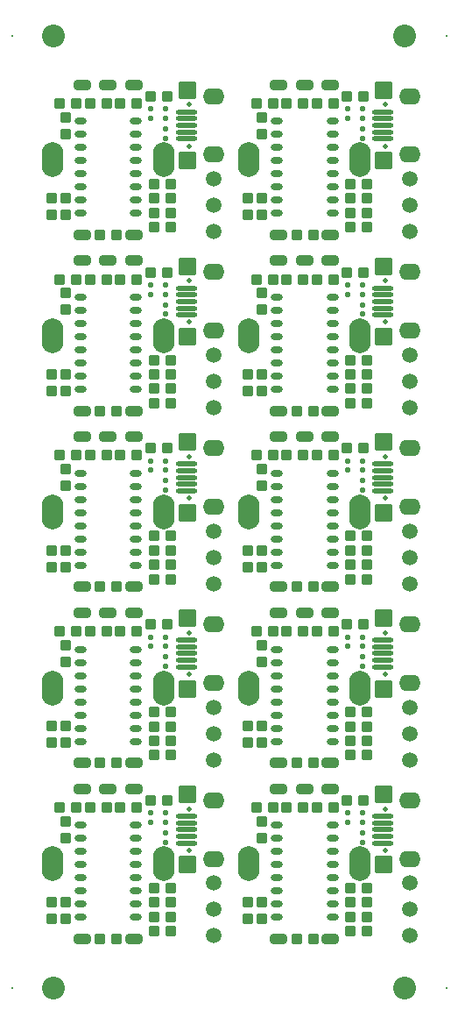
<source format=gbr>
%TF.GenerationSoftware,Altium Limited,Altium Designer,20.1.8 (145)*%
G04 Layer_Color=16711833*
%FSLAX45Y45*%
%MOMM*%
%TF.SameCoordinates,B3CF18BB-8163-4733-9D89-4CFBB204D872*%
%TF.FilePolarity,Negative*%
%TF.FileFunction,Soldermask,Bot*%
%TF.Part,CustomerPanel*%
G01*
G75*
%TA.AperFunction,SMDPad,CuDef*%
%ADD33C,2.20320*%
G04:AMPARAMS|DCode=34|XSize=1.7mm|YSize=1.7mm|CornerRadius=0.058mm|HoleSize=0mm|Usage=FLASHONLY|Rotation=270.000|XOffset=0mm|YOffset=0mm|HoleType=Round|Shape=RoundedRectangle|*
%AMROUNDEDRECTD34*
21,1,1.70000,1.58400,0,0,270.0*
21,1,1.58400,1.70000,0,0,270.0*
1,1,0.11600,-0.79200,-0.79200*
1,1,0.11600,-0.79200,0.79200*
1,1,0.11600,0.79200,0.79200*
1,1,0.11600,0.79200,-0.79200*
%
%ADD34ROUNDEDRECTD34*%
%TA.AperFunction,ConnectorPad*%
G04:AMPARAMS|DCode=35|XSize=0.45mm|YSize=2.1mm|CornerRadius=0.225mm|HoleSize=0mm|Usage=FLASHONLY|Rotation=270.000|XOffset=0mm|YOffset=0mm|HoleType=Round|Shape=RoundedRectangle|*
%AMROUNDEDRECTD35*
21,1,0.45000,1.65000,0,0,270.0*
21,1,0.00000,2.10000,0,0,270.0*
1,1,0.45000,-0.82500,0.00000*
1,1,0.45000,-0.82500,0.00000*
1,1,0.45000,0.82500,0.00000*
1,1,0.45000,0.82500,0.00000*
%
%ADD35ROUNDEDRECTD35*%
%TA.AperFunction,SMDPad,CuDef*%
G04:AMPARAMS|DCode=36|XSize=1mm|YSize=1mm|CornerRadius=0.095mm|HoleSize=0mm|Usage=FLASHONLY|Rotation=180.000|XOffset=0mm|YOffset=0mm|HoleType=Round|Shape=RoundedRectangle|*
%AMROUNDEDRECTD36*
21,1,1.00000,0.81000,0,0,180.0*
21,1,0.81000,1.00000,0,0,180.0*
1,1,0.19000,-0.40500,0.40500*
1,1,0.19000,0.40500,0.40500*
1,1,0.19000,0.40500,-0.40500*
1,1,0.19000,-0.40500,-0.40500*
%
%ADD36ROUNDEDRECTD36*%
%ADD37O,1.15000X0.70000*%
G04:AMPARAMS|DCode=38|XSize=0.5mm|YSize=0.5mm|CornerRadius=0.052mm|HoleSize=0mm|Usage=FLASHONLY|Rotation=270.000|XOffset=0mm|YOffset=0mm|HoleType=Round|Shape=RoundedRectangle|*
%AMROUNDEDRECTD38*
21,1,0.50000,0.39600,0,0,270.0*
21,1,0.39600,0.50000,0,0,270.0*
1,1,0.10400,-0.19800,-0.19800*
1,1,0.10400,-0.19800,0.19800*
1,1,0.10400,0.19800,0.19800*
1,1,0.10400,0.19800,-0.19800*
%
%ADD38ROUNDEDRECTD38*%
G04:AMPARAMS|DCode=39|XSize=1mm|YSize=1mm|CornerRadius=0.0545mm|HoleSize=0mm|Usage=FLASHONLY|Rotation=0.000|XOffset=0mm|YOffset=0mm|HoleType=Round|Shape=RoundedRectangle|*
%AMROUNDEDRECTD39*
21,1,1.00000,0.89100,0,0,0.0*
21,1,0.89100,1.00000,0,0,0.0*
1,1,0.10900,0.44550,-0.44550*
1,1,0.10900,-0.44550,-0.44550*
1,1,0.10900,-0.44550,0.44550*
1,1,0.10900,0.44550,0.44550*
%
%ADD39ROUNDEDRECTD39*%
G04:AMPARAMS|DCode=40|XSize=1mm|YSize=1mm|CornerRadius=0.0545mm|HoleSize=0mm|Usage=FLASHONLY|Rotation=90.000|XOffset=0mm|YOffset=0mm|HoleType=Round|Shape=RoundedRectangle|*
%AMROUNDEDRECTD40*
21,1,1.00000,0.89100,0,0,90.0*
21,1,0.89100,1.00000,0,0,90.0*
1,1,0.10900,0.44550,0.44550*
1,1,0.10900,0.44550,-0.44550*
1,1,0.10900,-0.44550,-0.44550*
1,1,0.10900,-0.44550,0.44550*
%
%ADD40ROUNDEDRECTD40*%
%TA.AperFunction,WasherPad*%
%ADD41C,0.20320*%
%TA.AperFunction,ComponentPad*%
G04:AMPARAMS|DCode=42|XSize=2.1mm|YSize=3.35mm|CornerRadius=1.05mm|HoleSize=0mm|Usage=FLASHONLY|Rotation=180.000|XOffset=0mm|YOffset=0mm|HoleType=Round|Shape=RoundedRectangle|*
%AMROUNDEDRECTD42*
21,1,2.10000,1.25000,0,0,180.0*
21,1,0.00000,3.35000,0,0,180.0*
1,1,2.10000,0.00000,0.62500*
1,1,2.10000,0.00000,0.62500*
1,1,2.10000,0.00000,-0.62500*
1,1,2.10000,0.00000,-0.62500*
%
%ADD42ROUNDEDRECTD42*%
%ADD43O,2.10000X3.35000*%
%ADD44O,1.80000X1.10000*%
%ADD45O,2.10000X1.60000*%
%ADD46C,0.50000*%
G04:AMPARAMS|DCode=47|XSize=1.5mm|YSize=1.5mm|CornerRadius=0.75mm|HoleSize=0mm|Usage=FLASHONLY|Rotation=270.000|XOffset=0mm|YOffset=0mm|HoleType=Round|Shape=RoundedRectangle|*
%AMROUNDEDRECTD47*
21,1,1.50000,0.00000,0,0,270.0*
21,1,0.00000,1.50000,0,0,270.0*
1,1,1.50000,0.00000,0.00000*
1,1,1.50000,0.00000,0.00000*
1,1,1.50000,0.00000,0.00000*
1,1,1.50000,0.00000,0.00000*
%
%ADD47ROUNDEDRECTD47*%
D33*
X4100000Y9500000D02*
D03*
X700000D02*
D03*
X4100000Y300000D02*
D03*
X700000D02*
D03*
D34*
X1993800Y1492000D02*
D03*
Y2172000D02*
D03*
X3893800Y1492000D02*
D03*
Y2172000D02*
D03*
X1993800Y3192000D02*
D03*
Y3872000D02*
D03*
X3893800Y3192000D02*
D03*
Y3872000D02*
D03*
X1993800Y4892000D02*
D03*
Y5572000D02*
D03*
X3893800Y4892000D02*
D03*
Y5572000D02*
D03*
X1993800Y6592000D02*
D03*
Y7272000D02*
D03*
X3893800Y6592000D02*
D03*
Y7272000D02*
D03*
X1993800Y8292000D02*
D03*
Y8972000D02*
D03*
X3893800Y8292000D02*
D03*
Y8972000D02*
D03*
D35*
X1986300Y1832000D02*
D03*
Y1702000D02*
D03*
Y1767000D02*
D03*
Y1962000D02*
D03*
Y1897000D02*
D03*
X3886300Y1832000D02*
D03*
Y1702000D02*
D03*
Y1767000D02*
D03*
Y1962000D02*
D03*
Y1897000D02*
D03*
X1986300Y3532000D02*
D03*
Y3402000D02*
D03*
Y3467000D02*
D03*
Y3662000D02*
D03*
Y3597000D02*
D03*
X3886300Y3532000D02*
D03*
Y3402000D02*
D03*
Y3467000D02*
D03*
Y3662000D02*
D03*
Y3597000D02*
D03*
X1986300Y5232000D02*
D03*
Y5102000D02*
D03*
Y5167000D02*
D03*
Y5362000D02*
D03*
Y5297000D02*
D03*
X3886300Y5232000D02*
D03*
Y5102000D02*
D03*
Y5167000D02*
D03*
Y5362000D02*
D03*
Y5297000D02*
D03*
X1986300Y6932000D02*
D03*
Y6802000D02*
D03*
Y6867000D02*
D03*
Y7062000D02*
D03*
Y6997000D02*
D03*
X3886300Y6932000D02*
D03*
Y6802000D02*
D03*
Y6867000D02*
D03*
Y7062000D02*
D03*
Y6997000D02*
D03*
X1986300Y8632000D02*
D03*
Y8502000D02*
D03*
Y8567000D02*
D03*
Y8762000D02*
D03*
Y8697000D02*
D03*
X3886300Y8632000D02*
D03*
Y8502000D02*
D03*
Y8567000D02*
D03*
Y8762000D02*
D03*
Y8697000D02*
D03*
D36*
X1801140Y2112860D02*
D03*
X1641140D02*
D03*
X3701140D02*
D03*
X3541140D02*
D03*
X1801140Y3812860D02*
D03*
X1641140D02*
D03*
X3701140D02*
D03*
X3541140D02*
D03*
X1801140Y5512860D02*
D03*
X1641140D02*
D03*
X3701140D02*
D03*
X3541140D02*
D03*
X1801140Y7212860D02*
D03*
X1641140D02*
D03*
X3701140D02*
D03*
X3541140D02*
D03*
X1801140Y8912860D02*
D03*
X1641140D02*
D03*
X3701140D02*
D03*
X3541140D02*
D03*
D37*
X958980Y984480D02*
D03*
Y1111480D02*
D03*
Y1238480D02*
D03*
Y1365480D02*
D03*
Y1492480D02*
D03*
Y1619480D02*
D03*
Y1746480D02*
D03*
Y1873480D02*
D03*
X1498980Y984480D02*
D03*
Y1111480D02*
D03*
Y1238480D02*
D03*
Y1365480D02*
D03*
Y1492480D02*
D03*
Y1619480D02*
D03*
Y1746480D02*
D03*
Y1873480D02*
D03*
X2858980Y984480D02*
D03*
Y1111480D02*
D03*
Y1238480D02*
D03*
Y1365480D02*
D03*
Y1492480D02*
D03*
Y1619480D02*
D03*
Y1746480D02*
D03*
Y1873480D02*
D03*
X3398980Y984480D02*
D03*
Y1111480D02*
D03*
Y1238480D02*
D03*
Y1365480D02*
D03*
Y1492480D02*
D03*
Y1619480D02*
D03*
Y1746480D02*
D03*
Y1873480D02*
D03*
X958980Y2684480D02*
D03*
Y2811480D02*
D03*
Y2938480D02*
D03*
Y3065480D02*
D03*
Y3192480D02*
D03*
Y3319480D02*
D03*
Y3446480D02*
D03*
Y3573480D02*
D03*
X1498980Y2684480D02*
D03*
Y2811480D02*
D03*
Y2938480D02*
D03*
Y3065480D02*
D03*
Y3192480D02*
D03*
Y3319480D02*
D03*
Y3446480D02*
D03*
Y3573480D02*
D03*
X2858980Y2684480D02*
D03*
Y2811480D02*
D03*
Y2938480D02*
D03*
Y3065480D02*
D03*
Y3192480D02*
D03*
Y3319480D02*
D03*
Y3446480D02*
D03*
Y3573480D02*
D03*
X3398980Y2684480D02*
D03*
Y2811480D02*
D03*
Y2938480D02*
D03*
Y3065480D02*
D03*
Y3192480D02*
D03*
Y3319480D02*
D03*
Y3446480D02*
D03*
Y3573480D02*
D03*
X958980Y4384480D02*
D03*
Y4511480D02*
D03*
Y4638480D02*
D03*
Y4765480D02*
D03*
Y4892480D02*
D03*
Y5019480D02*
D03*
Y5146480D02*
D03*
Y5273480D02*
D03*
X1498980Y4384480D02*
D03*
Y4511480D02*
D03*
Y4638480D02*
D03*
Y4765480D02*
D03*
Y4892480D02*
D03*
Y5019480D02*
D03*
Y5146480D02*
D03*
Y5273480D02*
D03*
X2858980Y4384480D02*
D03*
Y4511480D02*
D03*
Y4638480D02*
D03*
Y4765480D02*
D03*
Y4892480D02*
D03*
Y5019480D02*
D03*
Y5146480D02*
D03*
Y5273480D02*
D03*
X3398980Y4384480D02*
D03*
Y4511480D02*
D03*
Y4638480D02*
D03*
Y4765480D02*
D03*
Y4892480D02*
D03*
Y5019480D02*
D03*
Y5146480D02*
D03*
Y5273480D02*
D03*
X958980Y6084480D02*
D03*
Y6211480D02*
D03*
Y6338480D02*
D03*
Y6465480D02*
D03*
Y6592480D02*
D03*
Y6719480D02*
D03*
Y6846480D02*
D03*
Y6973480D02*
D03*
X1498980Y6084480D02*
D03*
Y6211480D02*
D03*
Y6338480D02*
D03*
Y6465480D02*
D03*
Y6592480D02*
D03*
Y6719480D02*
D03*
Y6846480D02*
D03*
Y6973480D02*
D03*
X2858980Y6084480D02*
D03*
Y6211480D02*
D03*
Y6338480D02*
D03*
Y6465480D02*
D03*
Y6592480D02*
D03*
Y6719480D02*
D03*
Y6846480D02*
D03*
Y6973480D02*
D03*
X3398980Y6084480D02*
D03*
Y6211480D02*
D03*
Y6338480D02*
D03*
Y6465480D02*
D03*
Y6592480D02*
D03*
Y6719480D02*
D03*
Y6846480D02*
D03*
Y6973480D02*
D03*
X958980Y7784480D02*
D03*
Y7911480D02*
D03*
Y8038480D02*
D03*
Y8165480D02*
D03*
Y8292480D02*
D03*
Y8419480D02*
D03*
Y8546480D02*
D03*
Y8673480D02*
D03*
X1498980Y7784480D02*
D03*
Y7911480D02*
D03*
Y8038480D02*
D03*
Y8165480D02*
D03*
Y8292480D02*
D03*
Y8419480D02*
D03*
Y8546480D02*
D03*
Y8673480D02*
D03*
X2858980Y7784480D02*
D03*
Y7911480D02*
D03*
Y8038480D02*
D03*
Y8165480D02*
D03*
Y8292480D02*
D03*
Y8419480D02*
D03*
Y8546480D02*
D03*
Y8673480D02*
D03*
X3398980Y7784480D02*
D03*
Y7911480D02*
D03*
Y8038480D02*
D03*
Y8165480D02*
D03*
Y8292480D02*
D03*
Y8419480D02*
D03*
Y8546480D02*
D03*
Y8673480D02*
D03*
D38*
X1788248Y1799620D02*
D03*
Y1709619D02*
D03*
Y1992080D02*
D03*
Y1902080D02*
D03*
X1641440Y1992080D02*
D03*
Y1902080D02*
D03*
X3688248Y1799620D02*
D03*
Y1709619D02*
D03*
Y1992080D02*
D03*
Y1902080D02*
D03*
X3541440Y1992080D02*
D03*
Y1902080D02*
D03*
X1788248Y3499620D02*
D03*
Y3409620D02*
D03*
Y3692080D02*
D03*
Y3602080D02*
D03*
X1641440Y3692080D02*
D03*
Y3602080D02*
D03*
X3688248Y3499620D02*
D03*
Y3409620D02*
D03*
Y3692080D02*
D03*
Y3602080D02*
D03*
X3541440Y3692080D02*
D03*
Y3602080D02*
D03*
X1788248Y5199620D02*
D03*
Y5109620D02*
D03*
Y5392080D02*
D03*
Y5302080D02*
D03*
X1641440Y5392080D02*
D03*
Y5302080D02*
D03*
X3688248Y5199620D02*
D03*
Y5109620D02*
D03*
Y5392080D02*
D03*
Y5302080D02*
D03*
X3541440Y5392080D02*
D03*
Y5302080D02*
D03*
X1788248Y6899620D02*
D03*
Y6809620D02*
D03*
Y7092080D02*
D03*
Y7002080D02*
D03*
X1641440Y7092080D02*
D03*
Y7002080D02*
D03*
X3688248Y6899620D02*
D03*
Y6809620D02*
D03*
Y7092080D02*
D03*
Y7002080D02*
D03*
X3541440Y7092080D02*
D03*
Y7002080D02*
D03*
X1788248Y8599620D02*
D03*
Y8509620D02*
D03*
Y8792080D02*
D03*
Y8702080D02*
D03*
X1641440Y8792080D02*
D03*
Y8702080D02*
D03*
X3688248Y8599620D02*
D03*
Y8509620D02*
D03*
Y8792080D02*
D03*
Y8702080D02*
D03*
X3541440Y8792080D02*
D03*
Y8702080D02*
D03*
D39*
X1152840Y775500D02*
D03*
X1312840D02*
D03*
X680340Y969240D02*
D03*
Y1129240D02*
D03*
X816600Y1751540D02*
D03*
Y1911540D02*
D03*
X817500Y969240D02*
D03*
Y1129240D02*
D03*
X3052840Y775500D02*
D03*
X3212840D02*
D03*
X2580340Y969240D02*
D03*
Y1129240D02*
D03*
X2716600Y1751540D02*
D03*
Y1911540D02*
D03*
X2717500Y969240D02*
D03*
Y1129240D02*
D03*
X1152840Y2475500D02*
D03*
X1312840D02*
D03*
X680340Y2669240D02*
D03*
Y2829240D02*
D03*
X816600Y3451540D02*
D03*
Y3611540D02*
D03*
X817500Y2669240D02*
D03*
Y2829240D02*
D03*
X3052840Y2475500D02*
D03*
X3212840D02*
D03*
X2580340Y2669240D02*
D03*
Y2829240D02*
D03*
X2716600Y3451540D02*
D03*
Y3611540D02*
D03*
X2717500Y2669240D02*
D03*
Y2829240D02*
D03*
X1152840Y4175500D02*
D03*
X1312840D02*
D03*
X680340Y4369240D02*
D03*
Y4529240D02*
D03*
X816600Y5151540D02*
D03*
Y5311540D02*
D03*
X817500Y4369240D02*
D03*
Y4529240D02*
D03*
X3052840Y4175500D02*
D03*
X3212840D02*
D03*
X2580340Y4369240D02*
D03*
Y4529240D02*
D03*
X2716600Y5151540D02*
D03*
Y5311540D02*
D03*
X2717500Y4369240D02*
D03*
Y4529240D02*
D03*
X1152840Y5875500D02*
D03*
X1312840D02*
D03*
X680340Y6069240D02*
D03*
Y6229240D02*
D03*
X816600Y6851540D02*
D03*
Y7011540D02*
D03*
X817500Y6069240D02*
D03*
Y6229240D02*
D03*
X3052840Y5875500D02*
D03*
X3212840D02*
D03*
X2580340Y6069240D02*
D03*
Y6229240D02*
D03*
X2716600Y6851540D02*
D03*
Y7011540D02*
D03*
X2717500Y6069240D02*
D03*
Y6229240D02*
D03*
X1152840Y7575500D02*
D03*
X1312840D02*
D03*
X680340Y7769240D02*
D03*
Y7929240D02*
D03*
X816600Y8551540D02*
D03*
Y8711540D02*
D03*
X817500Y7769240D02*
D03*
Y7929240D02*
D03*
X3052840Y7575500D02*
D03*
X3212840D02*
D03*
X2580340Y7769240D02*
D03*
Y7929240D02*
D03*
X2716600Y8551540D02*
D03*
Y8711540D02*
D03*
X2717500Y7769240D02*
D03*
Y7929240D02*
D03*
D40*
X1674904Y1127602D02*
D03*
X1834904D02*
D03*
X1674904Y849969D02*
D03*
X1834904D02*
D03*
X1674904Y988785D02*
D03*
X1834904D02*
D03*
X1674904Y1266418D02*
D03*
X1834904D02*
D03*
X763340Y2046325D02*
D03*
X923340D02*
D03*
X1348199D02*
D03*
X1508199D02*
D03*
X1215770D02*
D03*
X1055770D02*
D03*
X3574904Y1127602D02*
D03*
X3734904D02*
D03*
X3574904Y849969D02*
D03*
X3734904D02*
D03*
X3574904Y988785D02*
D03*
X3734904D02*
D03*
X3574904Y1266418D02*
D03*
X3734904D02*
D03*
X2663340Y2046325D02*
D03*
X2823340D02*
D03*
X3248199D02*
D03*
X3408199D02*
D03*
X3115770D02*
D03*
X2955770D02*
D03*
X1674904Y2827602D02*
D03*
X1834904D02*
D03*
X1674904Y2549969D02*
D03*
X1834904D02*
D03*
X1674904Y2688785D02*
D03*
X1834904D02*
D03*
X1674904Y2966419D02*
D03*
X1834904D02*
D03*
X763340Y3746325D02*
D03*
X923340D02*
D03*
X1348199D02*
D03*
X1508199D02*
D03*
X1215770D02*
D03*
X1055770D02*
D03*
X3574904Y2827602D02*
D03*
X3734904D02*
D03*
X3574904Y2549969D02*
D03*
X3734904D02*
D03*
X3574904Y2688785D02*
D03*
X3734904D02*
D03*
X3574904Y2966419D02*
D03*
X3734904D02*
D03*
X2663340Y3746325D02*
D03*
X2823340D02*
D03*
X3248199D02*
D03*
X3408199D02*
D03*
X3115770D02*
D03*
X2955770D02*
D03*
X1674904Y4527602D02*
D03*
X1834904D02*
D03*
X1674904Y4249969D02*
D03*
X1834904D02*
D03*
X1674904Y4388785D02*
D03*
X1834904D02*
D03*
X1674904Y4666419D02*
D03*
X1834904D02*
D03*
X763340Y5446325D02*
D03*
X923340D02*
D03*
X1348199D02*
D03*
X1508199D02*
D03*
X1215770D02*
D03*
X1055770D02*
D03*
X3574904Y4527602D02*
D03*
X3734904D02*
D03*
X3574904Y4249969D02*
D03*
X3734904D02*
D03*
X3574904Y4388785D02*
D03*
X3734904D02*
D03*
X3574904Y4666419D02*
D03*
X3734904D02*
D03*
X2663340Y5446325D02*
D03*
X2823340D02*
D03*
X3248199D02*
D03*
X3408199D02*
D03*
X3115770D02*
D03*
X2955770D02*
D03*
X1674904Y6227602D02*
D03*
X1834904D02*
D03*
X1674904Y5949969D02*
D03*
X1834904D02*
D03*
X1674904Y6088786D02*
D03*
X1834904D02*
D03*
X1674904Y6366419D02*
D03*
X1834904D02*
D03*
X763340Y7146325D02*
D03*
X923340D02*
D03*
X1348199D02*
D03*
X1508199D02*
D03*
X1215770D02*
D03*
X1055770D02*
D03*
X3574904Y6227602D02*
D03*
X3734904D02*
D03*
X3574904Y5949969D02*
D03*
X3734904D02*
D03*
X3574904Y6088786D02*
D03*
X3734904D02*
D03*
X3574904Y6366419D02*
D03*
X3734904D02*
D03*
X2663340Y7146325D02*
D03*
X2823340D02*
D03*
X3248199D02*
D03*
X3408199D02*
D03*
X3115770D02*
D03*
X2955770D02*
D03*
X1674904Y7927602D02*
D03*
X1834904D02*
D03*
X1674904Y7649969D02*
D03*
X1834904D02*
D03*
X1674904Y7788786D02*
D03*
X1834904D02*
D03*
X1674904Y8066419D02*
D03*
X1834904D02*
D03*
X763340Y8846325D02*
D03*
X923340D02*
D03*
X1348199D02*
D03*
X1508199D02*
D03*
X1215770D02*
D03*
X1055770D02*
D03*
X3574904Y7927602D02*
D03*
X3734904D02*
D03*
X3574904Y7649969D02*
D03*
X3734904D02*
D03*
X3574904Y7788786D02*
D03*
X3734904D02*
D03*
X3574904Y8066419D02*
D03*
X3734904D02*
D03*
X2663340Y8846325D02*
D03*
X2823340D02*
D03*
X3248199D02*
D03*
X3408199D02*
D03*
X3115770D02*
D03*
X2955770D02*
D03*
D41*
X4500000Y9500000D02*
D03*
X300000D02*
D03*
X4500000Y300000D02*
D03*
X300000D02*
D03*
D42*
X1765300Y1500500D02*
D03*
X3665300D02*
D03*
X1765300Y3200500D02*
D03*
X3665300D02*
D03*
X1765300Y4900500D02*
D03*
X3665300D02*
D03*
X1765300Y6600500D02*
D03*
X3665300D02*
D03*
X1765300Y8300500D02*
D03*
X3665300D02*
D03*
D43*
X690300Y1500500D02*
D03*
X2590300D02*
D03*
X690300Y3200500D02*
D03*
X2590300D02*
D03*
X690300Y4900500D02*
D03*
X2590300D02*
D03*
X690300Y6600500D02*
D03*
X2590300D02*
D03*
X690300Y8300500D02*
D03*
X2590300D02*
D03*
D44*
X1477800Y2225500D02*
D03*
X977800D02*
D03*
X1227800D02*
D03*
X1477800Y775500D02*
D03*
X977800D02*
D03*
X3377800Y2225500D02*
D03*
X2877800D02*
D03*
X3127800D02*
D03*
X3377800Y775500D02*
D03*
X2877800D02*
D03*
X1477800Y3925500D02*
D03*
X977800D02*
D03*
X1227800D02*
D03*
X1477800Y2475500D02*
D03*
X977800D02*
D03*
X3377800Y3925500D02*
D03*
X2877800D02*
D03*
X3127800D02*
D03*
X3377800Y2475500D02*
D03*
X2877800D02*
D03*
X1477800Y5625500D02*
D03*
X977800D02*
D03*
X1227800D02*
D03*
X1477800Y4175500D02*
D03*
X977800D02*
D03*
X3377800Y5625500D02*
D03*
X2877800D02*
D03*
X3127800D02*
D03*
X3377800Y4175500D02*
D03*
X2877800D02*
D03*
X1477800Y7325500D02*
D03*
X977800D02*
D03*
X1227800D02*
D03*
X1477800Y5875500D02*
D03*
X977800D02*
D03*
X3377800Y7325500D02*
D03*
X2877800D02*
D03*
X3127800D02*
D03*
X3377800Y5875500D02*
D03*
X2877800D02*
D03*
X1477800Y9025500D02*
D03*
X977800D02*
D03*
X1227800D02*
D03*
X1477800Y7575500D02*
D03*
X977800D02*
D03*
X3377800Y9025500D02*
D03*
X2877800D02*
D03*
X3127800D02*
D03*
X3377800Y7575500D02*
D03*
X2877800D02*
D03*
D45*
X2248800Y1549000D02*
D03*
Y2115000D02*
D03*
X4148800Y1549000D02*
D03*
Y2115000D02*
D03*
X2248800Y3249000D02*
D03*
Y3815000D02*
D03*
X4148800Y3249000D02*
D03*
Y3815000D02*
D03*
X2248800Y4949000D02*
D03*
Y5515000D02*
D03*
X4148800Y4949000D02*
D03*
Y5515000D02*
D03*
X2248800Y6649000D02*
D03*
Y7215000D02*
D03*
X4148800Y6649000D02*
D03*
Y7215000D02*
D03*
X2248800Y8349000D02*
D03*
Y8915000D02*
D03*
X4148800Y8349000D02*
D03*
Y8915000D02*
D03*
D46*
X2013800Y1632000D02*
D03*
Y2032000D02*
D03*
X3913800Y1632000D02*
D03*
Y2032000D02*
D03*
X2013800Y3332000D02*
D03*
Y3732000D02*
D03*
X3913800Y3332000D02*
D03*
Y3732000D02*
D03*
X2013800Y5032000D02*
D03*
Y5432000D02*
D03*
X3913800Y5032000D02*
D03*
Y5432000D02*
D03*
X2013800Y6732000D02*
D03*
Y7132000D02*
D03*
X3913800Y6732000D02*
D03*
Y7132000D02*
D03*
X2013800Y8432000D02*
D03*
Y8832000D02*
D03*
X3913800Y8432000D02*
D03*
Y8832000D02*
D03*
D47*
X2248800Y806680D02*
D03*
Y1314680D02*
D03*
Y1060680D02*
D03*
X4148800Y806680D02*
D03*
Y1314680D02*
D03*
Y1060680D02*
D03*
X2248800Y2506680D02*
D03*
Y3014680D02*
D03*
Y2760680D02*
D03*
X4148800Y2506680D02*
D03*
Y3014680D02*
D03*
Y2760680D02*
D03*
X2248800Y4206680D02*
D03*
Y4714680D02*
D03*
Y4460680D02*
D03*
X4148800Y4206680D02*
D03*
Y4714680D02*
D03*
Y4460680D02*
D03*
X2248800Y5906680D02*
D03*
Y6414680D02*
D03*
Y6160680D02*
D03*
X4148800Y5906680D02*
D03*
Y6414680D02*
D03*
Y6160680D02*
D03*
X2248800Y7606680D02*
D03*
Y8114680D02*
D03*
Y7860680D02*
D03*
X4148800Y7606680D02*
D03*
Y8114680D02*
D03*
Y7860680D02*
D03*
%TF.MD5,081d11030a6e67d2da710cbe3cf7867b*%
M02*

</source>
